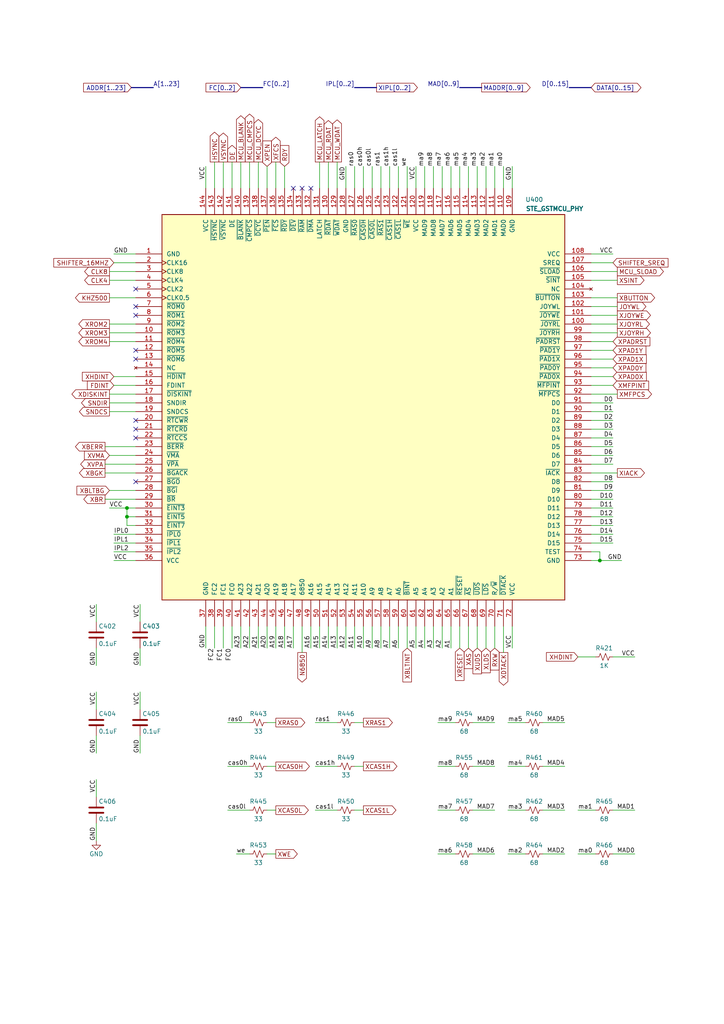
<source format=kicad_sch>
(kicad_sch (version 20230121) (generator eeschema)
  (paper "A4" portrait)
  (title_block (title "Converted schematics of Atari STE") (date "2021-08-31") (rev "1.0.0") (comment 1 "Reference : C300780-001"))
  (lib_symbols
    (symbol "Device:C" (pin_numbers hide) (pin_names (offset 0.254))
      (property "Reference" "C" (at 0.635 2.54 0))
      (property "Value" "C" (at 0.635 -2.54 0))
      (symbol "C_0_1"
        (polyline (pts (xy -2.032 -0.762) (xy 2.032 -0.762)) (stroke (width 0.508)))
        (polyline (pts (xy -2.032 0.762) (xy 2.032 0.762)) (stroke (width 0.508)))
      )
      (symbol "C_1_1"
        (pin passive line (at 0 3.81 270) (length 2.794) (name "~") (number "1"))
        (pin passive line (at 0 -3.81 90) (length 2.794) (name "~") (number "2"))
      )
    )
    (symbol "Device:R_Small_US" (pin_numbers hide) (pin_names (offset 0.254) hide)
      (property "Reference" "R" (at 0.762 0.508 0))
      (property "Value" "R_Small_US" (at 0.762 -1.016 0))
      (symbol "R_Small_US_1_1"
        (polyline (pts (xy 0 0) (xy 1.016 -0.381) (xy 0 -0.762) (xy -1.016 -1.143) (xy 0 -1.524)))
        (polyline (pts (xy 0 1.524) (xy 1.016 1.143) (xy 0 0.762) (xy -1.016 0.381) (xy 0 0)))
        (pin passive line (at 0 2.54 270) (length 1.016) (name "~") (number "1"))
        (pin passive line (at 0 -2.54 90) (length 1.016) (name "~") (number "2"))
      )
    )
    (symbol "power:GND" (power) (pin_names (offset 0))
      (property "Value" "GND" (at 0 -3.81 0))
      (symbol "GND_0_1"
        (polyline (pts (xy 0 0) (xy 0 -1.27) (xy 1.27 -1.27) (xy 0 -2.54) (xy -1.27 -1.27) (xy 0 -1.27)))
      )
      (symbol "GND_1_1"
        (pin power_in line (at 0 0 270) (length 0) hide (name "GND") (number "1"))
      )
    )
    (symbol "ste_gstmcu:STE_GSTMCU_PHY" (pin_names (offset 1.27))
      (property "Reference" "U" (at 46.99 60.96 0))
      (property "Value" "STE_GSTMCU_PHY" (at 46.99 58.42 0))
      (symbol "STE_GSTMCU_PHY_0_0"
        (rectangle (start -58.42 55.88) (end 58.42 -55.88) (stroke (width 0.254)) (fill (type background)))
        (pin power_in line (at -66.04 44.45 0) (length 7.62) (name "GND") (number "1"))
        (pin output line (at -66.04 21.59 0) (length 7.62) (name "~{ROM3}") (number "10"))
        (pin output line (at 66.04 24.13 180) (length 7.62) (name "~{JOYRL}") (number "100"))
        (pin output line (at 66.04 26.67 180) (length 7.62) (name "~{JOYWE}") (number "101"))
        (pin output line (at 66.04 29.21 180) (length 7.62) (name "JOYWL") (number "102"))
        (pin output line (at 66.04 31.75 180) (length 7.62) (name "~{BUTTON}") (number "103"))
        (pin no_connect line (at 66.04 34.29 180) (length 7.62) (name "NC") (number "104"))
        (pin output line (at 66.04 36.83 180) (length 7.62) (name "~{SINT}") (number "105"))
        (pin output line (at 66.04 39.37 180) (length 7.62) (name "~{SLOAD}") (number "106"))
        (pin input line (at 66.04 41.91 180) (length 7.62) (name "SREQ") (number "107"))
        (pin power_in line (at 66.04 44.45 180) (length 7.62) (name "VCC") (number "108"))
        (pin power_in line (at 43.18 63.5 270) (length 7.62) (name "GND") (number "109"))
        (pin output line (at -66.04 19.05 0) (length 7.62) (name "~{ROM4}") (number "11"))
        (pin output line (at 40.64 63.5 270) (length 7.62) (name "MAD0") (number "110"))
        (pin output line (at 38.1 63.5 270) (length 7.62) (name "MAD1") (number "111"))
        (pin output line (at 35.56 63.5 270) (length 7.62) (name "MAD2") (number "112"))
        (pin output line (at 33.02 63.5 270) (length 7.62) (name "MAD3") (number "113"))
        (pin output line (at 30.48 63.5 270) (length 7.62) (name "MAD4") (number "114"))
        (pin output line (at 27.94 63.5 270) (length 7.62) (name "MAD5") (number "115"))
        (pin output line (at 25.4 63.5 270) (length 7.62) (name "MAD6") (number "116"))
        (pin output line (at 22.86 63.5 270) (length 7.62) (name "MAD7") (number "117"))
        (pin output line (at 20.32 63.5 270) (length 7.62) (name "MAD8") (number "118"))
        (pin output line (at 17.78 63.5 270) (length 7.62) (name "MAD9") (number "119"))
        (pin output line (at -66.04 16.51 0) (length 7.62) (name "~{ROM5}") (number "12"))
        (pin power_in line (at 15.24 63.5 270) (length 7.62) (name "VCC") (number "120"))
        (pin output line (at 12.7 63.5 270) (length 7.62) (name "~{WE}") (number "121"))
        (pin output line (at 10.16 63.5 270) (length 7.62) (name "~{CAS1L}") (number "122"))
        (pin output line (at 7.62 63.5 270) (length 7.62) (name "~{CAS1H}") (number "123"))
        (pin output line (at 5.08 63.5 270) (length 7.62) (name "~{RAS1}") (number "124"))
        (pin output line (at 2.54 63.5 270) (length 7.62) (name "~{CAS0L}") (number "125"))
        (pin output line (at 0 63.5 270) (length 7.62) (name "~{CAS0H}") (number "126"))
        (pin output line (at -2.54 63.5 270) (length 7.62) (name "~{RAS0}") (number "127"))
        (pin power_in line (at -5.08 63.5 270) (length 7.62) (name "GND") (number "128"))
        (pin output line (at -7.62 63.5 270) (length 7.62) (name "~{WDAT}") (number "129"))
        (pin output line (at -66.04 13.97 0) (length 7.62) (name "~{ROM6}") (number "13"))
        (pin output line (at -10.16 63.5 270) (length 7.62) (name "~{RDAT}") (number "130"))
        (pin output line (at -12.7 63.5 270) (length 7.62) (name "LATCH") (number "131"))
        (pin output line (at -15.24 63.5 270) (length 7.62) (name "~{DMA}") (number "132"))
        (pin output line (at -17.78 63.5 270) (length 7.62) (name "~{RAM}") (number "133"))
        (pin output line (at -20.32 63.5 270) (length 7.62) (name "~{DEV}") (number "134"))
        (pin input line (at -22.86 63.5 270) (length 7.62) (name "~{RDY}") (number "135"))
        (pin output line (at -25.4 63.5 270) (length 7.62) (name "~{FCS}") (number "136"))
        (pin input line (at -27.94 63.5 270) (length 7.62) (name "~{PEN}") (number "137"))
        (pin output line (at -30.48 63.5 270) (length 7.62) (name "~{DCYC}") (number "138"))
        (pin output line (at -33.02 63.5 270) (length 7.62) (name "~{CMPCS}") (number "139"))
        (pin no_connect line (at -66.04 11.43 0) (length 7.62) (name "NC") (number "14"))
        (pin output line (at -35.56 63.5 270) (length 7.62) (name "~{BLANK}") (number "140"))
        (pin output line (at -38.1 63.5 270) (length 7.62) (name "DE") (number "141"))
        (pin output line (at -40.64 63.5 270) (length 7.62) (name "~{VSYNC}") (number "142"))
        (pin output line (at -43.18 63.5 270) (length 7.62) (name "~{HSYNC}") (number "143"))
        (pin power_in line (at -45.72 63.5 270) (length 7.62) (name "VCC") (number "144"))
        (pin input line (at -66.04 8.89 0) (length 7.62) (name "~{HDINT}") (number "15"))
        (pin input line (at -66.04 6.35 0) (length 7.62) (name "FDINT") (number "16"))
        (pin output line (at -66.04 3.81 0) (length 7.62) (name "~{DISKINT}") (number "17"))
        (pin output line (at -66.04 1.27 0) (length 7.62) (name "SNDIR") (number "18"))
        (pin output line (at -66.04 -1.27 0) (length 7.62) (name "SNDCS") (number "19"))
        (pin input clock (at -66.04 41.91 0) (length 7.62) (name "CLK16") (number "2"))
        (pin output line (at -66.04 -3.81 0) (length 7.62) (name "~{RTCWR}") (number "20"))
        (pin output line (at -66.04 -6.35 0) (length 7.62) (name "~{RTCRD}") (number "21"))
        (pin output line (at -66.04 -8.89 0) (length 7.62) (name "~{RTCCS}") (number "22"))
        (pin output line (at -66.04 -11.43 0) (length 7.62) (name "~{BERR}") (number "23"))
        (pin input line (at -66.04 -13.97 0) (length 7.62) (name "~{VMA}") (number "24"))
        (pin output line (at -66.04 -16.51 0) (length 7.62) (name "~{VPA}") (number "25"))
        (pin output line (at -66.04 -19.05 0) (length 7.62) (name "~{BGACK}") (number "26"))
        (pin output line (at -66.04 -21.59 0) (length 7.62) (name "~{BGO}") (number "27"))
        (pin input line (at -66.04 -24.13 0) (length 7.62) (name "~{BGI}") (number "28"))
        (pin tri_state line (at -66.04 -26.67 0) (length 7.62) (name "~{BR}") (number "29"))
        (pin output clock (at -66.04 39.37 0) (length 7.62) (name "CLK8") (number "3"))
        (pin input line (at -66.04 -29.21 0) (length 7.62) (name "~{EINT3}") (number "30"))
        (pin input line (at -66.04 -31.75 0) (length 7.62) (name "~{EINT5}") (number "31"))
        (pin input line (at -66.04 -34.29 0) (length 7.62) (name "~{EINT7}") (number "32"))
        (pin output line (at -66.04 -36.83 0) (length 7.62) (name "~{IPL0}") (number "33"))
        (pin output line (at -66.04 -39.37 0) (length 7.62) (name "~{IPL1}") (number "34"))
        (pin output line (at -66.04 -41.91 0) (length 7.62) (name "~{IPL2}") (number "35"))
        (pin power_in line (at -66.04 -44.45 0) (length 7.62) (name "VCC") (number "36"))
        (pin power_in line (at -45.72 -63.5 90) (length 7.62) (name "GND") (number "37"))
        (pin input line (at -43.18 -63.5 90) (length 7.62) (name "FC2") (number "38"))
        (pin input line (at -40.64 -63.5 90) (length 7.62) (name "FC1") (number "39"))
        (pin output clock (at -66.04 36.83 0) (length 7.62) (name "CLK4") (number "4"))
        (pin input line (at -38.1 -63.5 90) (length 7.62) (name "FC0") (number "40"))
        (pin bidirectional line (at -35.56 -63.5 90) (length 7.62) (name "A23") (number "41"))
        (pin bidirectional line (at -33.02 -63.5 90) (length 7.62) (name "A22") (number "42"))
        (pin bidirectional line (at -30.48 -63.5 90) (length 7.62) (name "A21") (number "43"))
        (pin bidirectional line (at -27.94 -63.5 90) (length 7.62) (name "A20") (number "44"))
        (pin bidirectional line (at -25.4 -63.5 90) (length 7.62) (name "A19") (number "45"))
        (pin bidirectional line (at -22.86 -63.5 90) (length 7.62) (name "A18") (number "46"))
        (pin bidirectional line (at -20.32 -63.5 90) (length 7.62) (name "A17") (number "47"))
        (pin output line (at -17.78 -63.5 90) (length 7.62) (name "6850") (number "48"))
        (pin bidirectional line (at -15.24 -63.5 90) (length 7.62) (name "A16") (number "49"))
        (pin output clock (at -66.04 34.29 0) (length 7.62) (name "CLK2") (number "5"))
        (pin bidirectional line (at -12.7 -63.5 90) (length 7.62) (name "A15") (number "50"))
        (pin bidirectional line (at -10.16 -63.5 90) (length 7.62) (name "A14") (number "51"))
        (pin bidirectional line (at -7.62 -63.5 90) (length 7.62) (name "A13") (number "52"))
        (pin bidirectional line (at -5.08 -63.5 90) (length 7.62) (name "A12") (number "53"))
        (pin bidirectional line (at -2.54 -63.5 90) (length 7.62) (name "A11") (number "54"))
        (pin bidirectional line (at 0 -63.5 90) (length 7.62) (name "A10") (number "55"))
        (pin bidirectional line (at 2.54 -63.5 90) (length 7.62) (name "A9") (number "56"))
        (pin bidirectional line (at 5.08 -63.5 90) (length 7.62) (name "A8") (number "57"))
        (pin bidirectional line (at 7.62 -63.5 90) (length 7.62) (name "A7") (number "58"))
        (pin bidirectional line (at 10.16 -63.5 90) (length 7.62) (name "A6") (number "59"))
        (pin output clock (at -66.04 31.75 0) (length 7.62) (name "CLK0.5") (number "6"))
        (pin input line (at 12.7 -63.5 90) (length 7.62) (name "~{BINT}") (number "60"))
        (pin bidirectional line (at 15.24 -63.5 90) (length 7.62) (name "A5") (number "61"))
        (pin bidirectional line (at 17.78 -63.5 90) (length 7.62) (name "A4") (number "62"))
        (pin bidirectional line (at 20.32 -63.5 90) (length 7.62) (name "A3") (number "63"))
        (pin bidirectional line (at 22.86 -63.5 90) (length 7.62) (name "A2") (number "64"))
        (pin bidirectional line (at 25.4 -63.5 90) (length 7.62) (name "A1") (number "65"))
        (pin input line (at 27.94 -63.5 90) (length 7.62) (name "~{RESET}") (number "66"))
        (pin input line (at 30.48 -63.5 90) (length 7.62) (name "~{AS}") (number "67"))
        (pin input line (at 33.02 -63.5 90) (length 7.62) (name "~{UDS}") (number "68"))
        (pin input line (at 35.56 -63.5 90) (length 7.62) (name "~{LDS}") (number "69"))
        (pin output line (at -66.04 29.21 0) (length 7.62) (name "~{ROM0}") (number "7"))
        (pin input line (at 38.1 -63.5 90) (length 7.62) (name "R/~{W}") (number "70"))
        (pin tri_state line (at 40.64 -63.5 90) (length 7.62) (name "~{DTACK}") (number "71"))
        (pin power_in line (at 43.18 -63.5 90) (length 7.62) (name "VCC") (number "72"))
        (pin power_in line (at 66.04 -44.45 180) (length 7.62) (name "GND") (number "73"))
        (pin input line (at 66.04 -41.91 180) (length 7.62) (name "TEST") (number "74"))
        (pin bidirectional line (at 66.04 -39.37 180) (length 7.62) (name "D15") (number "75"))
        (pin bidirectional line (at 66.04 -36.83 180) (length 7.62) (name "D14") (number "76"))
        (pin bidirectional line (at 66.04 -34.29 180) (length 7.62) (name "D13") (number "77"))
        (pin bidirectional line (at 66.04 -31.75 180) (length 7.62) (name "D12") (number "78"))
        (pin bidirectional line (at 66.04 -29.21 180) (length 7.62) (name "D11") (number "79"))
        (pin output line (at -66.04 26.67 0) (length 7.62) (name "~{ROM1}") (number "8"))
        (pin bidirectional line (at 66.04 -26.67 180) (length 7.62) (name "D10") (number "80"))
        (pin bidirectional line (at 66.04 -24.13 180) (length 7.62) (name "D9") (number "81"))
        (pin bidirectional line (at 66.04 -21.59 180) (length 7.62) (name "D8") (number "82"))
        (pin output line (at 66.04 -19.05 180) (length 7.62) (name "~{IACK}") (number "83"))
        (pin bidirectional line (at 66.04 -16.51 180) (length 7.62) (name "D7") (number "84"))
        (pin bidirectional line (at 66.04 -13.97 180) (length 7.62) (name "D6") (number "85"))
        (pin bidirectional line (at 66.04 -11.43 180) (length 7.62) (name "D5") (number "86"))
        (pin bidirectional line (at 66.04 -8.89 180) (length 7.62) (name "D4") (number "87"))
        (pin bidirectional line (at 66.04 -6.35 180) (length 7.62) (name "D3") (number "88"))
        (pin bidirectional line (at 66.04 -3.81 180) (length 7.62) (name "D2") (number "89"))
        (pin output line (at -66.04 24.13 0) (length 7.62) (name "~{ROM2}") (number "9"))
        (pin bidirectional line (at 66.04 -1.27 180) (length 7.62) (name "D1") (number "90"))
        (pin bidirectional line (at 66.04 1.27 180) (length 7.62) (name "D0") (number "91"))
        (pin output line (at 66.04 3.81 180) (length 7.62) (name "~{MFPCS}") (number "92"))
        (pin input line (at 66.04 6.35 180) (length 7.62) (name "~{MFPINT}") (number "93"))
        (pin input line (at 66.04 8.89 180) (length 7.62) (name "~{PAD0X}") (number "94"))
        (pin input line (at 66.04 11.43 180) (length 7.62) (name "~{PAD0Y}") (number "95"))
        (pin input line (at 66.04 13.97 180) (length 7.62) (name "~{PAD1X}") (number "96"))
        (pin input line (at 66.04 16.51 180) (length 7.62) (name "~{PAD1Y}") (number "97"))
        (pin output line (at 66.04 19.05 180) (length 7.62) (name "~{PADRST}") (number "98"))
        (pin output line (at 66.04 21.59 180) (length 7.62) (name "~{JOYRH}") (number "99"))
      )
    )
  )
  (junction (at 173.99 162.56))
  (junction (at 36.83 149.86))
  (junction (at 36.83 147.32))
  (no_connect (at 39.37 91.44))
  (no_connect (at 39.37 83.82))
  (no_connect (at 39.37 139.7))
  (no_connect (at 87.63 54.61))
  (no_connect (at 39.37 127))
  (no_connect (at 39.37 121.92))
  (no_connect (at 39.37 101.6))
  (no_connect (at 39.37 124.46))
  (no_connect (at 39.37 104.14))
  (no_connect (at 90.17 54.61))
  (no_connect (at 39.37 88.9))
  (no_connect (at 85.09 54.61))
  (wire (pts (xy 27.94 226.06) (xy 27.94 231.14)))
  (wire (pts (xy 110.49 54.61) (xy 110.49 48.26)))
  (wire (pts (xy 31.75 119.38) (xy 39.37 119.38)))
  (wire (pts (xy 171.45 81.28) (xy 179.07 81.28)))
  (wire (pts (xy 40.64 187.96) (xy 40.64 193.04)))
  (wire (pts (xy 171.45 134.62) (xy 177.8 134.62)))
  (bus (pts (xy 38.1 25.4) (xy 44.45 25.4)))
  (wire (pts (xy 27.94 200.66) (xy 27.94 205.74)))
  (wire (pts (xy 171.45 99.06) (xy 177.8 99.06)))
  (wire (pts (xy 171.45 104.14) (xy 177.8 104.14)))
  (wire (pts (xy 40.64 200.66) (xy 40.64 205.74)))
  (wire (pts (xy 31.75 147.32) (xy 36.83 147.32)))
  (wire (pts (xy 36.83 149.86) (xy 36.83 147.32)))
  (wire (pts (xy 171.45 144.78) (xy 177.8 144.78)))
  (wire (pts (xy 91.44 222.25) (xy 97.79 222.25)))
  (wire (pts (xy 171.45 162.56) (xy 173.99 162.56)))
  (wire (pts (xy 33.02 162.56) (xy 39.37 162.56)))
  (wire (pts (xy 31.75 116.84) (xy 39.37 116.84)))
  (wire (pts (xy 91.44 209.55) (xy 97.79 209.55)))
  (wire (pts (xy 72.39 187.96) (xy 72.39 181.61)))
  (wire (pts (xy 31.75 96.52) (xy 39.37 96.52)))
  (wire (pts (xy 59.69 48.26) (xy 59.69 54.61)))
  (wire (pts (xy 127 247.65) (xy 132.08 247.65)))
  (wire (pts (xy 33.02 76.2) (xy 39.37 76.2)))
  (wire (pts (xy 171.45 88.9) (xy 179.07 88.9)))
  (wire (pts (xy 171.45 76.2) (xy 177.8 76.2)))
  (wire (pts (xy 31.75 93.98) (xy 39.37 93.98)))
  (wire (pts (xy 91.44 234.95) (xy 97.79 234.95)))
  (wire (pts (xy 148.59 48.26) (xy 148.59 54.61)))
  (wire (pts (xy 133.35 187.96) (xy 133.35 181.61)))
  (wire (pts (xy 177.8 247.65) (xy 184.15 247.65)))
  (wire (pts (xy 123.19 48.26) (xy 123.19 54.61)))
  (wire (pts (xy 171.45 78.74) (xy 179.07 78.74)))
  (wire (pts (xy 147.32 234.95) (xy 152.4 234.95)))
  (wire (pts (xy 87.63 181.61) (xy 87.63 189.23)))
  (wire (pts (xy 171.45 106.68) (xy 177.8 106.68)))
  (wire (pts (xy 30.48 134.62) (xy 39.37 134.62)))
  (wire (pts (xy 130.81 48.26) (xy 130.81 54.61)))
  (wire (pts (xy 33.02 111.76) (xy 39.37 111.76)))
  (bus (pts (xy 102.87 25.4) (xy 109.22 25.4)))
  (wire (pts (xy 33.02 154.94) (xy 39.37 154.94)))
  (wire (pts (xy 171.45 142.24) (xy 177.8 142.24)))
  (wire (pts (xy 31.75 114.3) (xy 39.37 114.3)))
  (wire (pts (xy 39.37 142.24) (xy 31.75 142.24)))
  (wire (pts (xy 27.94 213.36) (xy 27.94 218.44)))
  (wire (pts (xy 120.65 187.96) (xy 120.65 181.61)))
  (wire (pts (xy 125.73 187.96) (xy 125.73 181.61)))
  (wire (pts (xy 171.45 137.16) (xy 179.07 137.16)))
  (wire (pts (xy 171.45 127) (xy 177.8 127)))
  (wire (pts (xy 77.47 247.65) (xy 80.01 247.65)))
  (wire (pts (xy 77.47 234.95) (xy 80.01 234.95)))
  (wire (pts (xy 135.89 187.96) (xy 135.89 181.61)))
  (wire (pts (xy 167.64 234.95) (xy 172.72 234.95)))
  (wire (pts (xy 40.64 175.26) (xy 40.64 180.34)))
  (wire (pts (xy 105.41 187.96) (xy 105.41 181.61)))
  (wire (pts (xy 31.75 99.06) (xy 39.37 99.06)))
  (wire (pts (xy 107.95 187.96) (xy 107.95 181.61)))
  (wire (pts (xy 137.16 234.95) (xy 143.51 234.95)))
  (wire (pts (xy 137.16 222.25) (xy 143.51 222.25)))
  (wire (pts (xy 77.47 187.96) (xy 77.47 181.61)))
  (wire (pts (xy 157.48 222.25) (xy 163.83 222.25)))
  (wire (pts (xy 92.71 46.99) (xy 92.71 54.61)))
  (wire (pts (xy 74.93 187.96) (xy 74.93 181.61)))
  (wire (pts (xy 80.01 54.61) (xy 80.01 46.99)))
  (wire (pts (xy 171.45 93.98) (xy 179.07 93.98)))
  (wire (pts (xy 102.87 234.95) (xy 105.41 234.95)))
  (wire (pts (xy 177.8 190.5) (xy 184.15 190.5)))
  (wire (pts (xy 31.75 78.74) (xy 39.37 78.74)))
  (wire (pts (xy 31.75 132.08) (xy 39.37 132.08)))
  (wire (pts (xy 64.77 46.99) (xy 64.77 54.61)))
  (wire (pts (xy 157.48 234.95) (xy 163.83 234.95)))
  (wire (pts (xy 137.16 209.55) (xy 143.51 209.55)))
  (wire (pts (xy 157.48 209.55) (xy 163.83 209.55)))
  (wire (pts (xy 30.48 144.78) (xy 39.37 144.78)))
  (wire (pts (xy 67.31 187.96) (xy 67.31 181.61)))
  (wire (pts (xy 110.49 187.96) (xy 110.49 181.61)))
  (wire (pts (xy 27.94 238.76) (xy 27.94 243.84)))
  (wire (pts (xy 36.83 152.4) (xy 36.83 149.86)))
  (wire (pts (xy 33.02 109.22) (xy 39.37 109.22)))
  (wire (pts (xy 135.89 48.26) (xy 135.89 54.61)))
  (wire (pts (xy 125.73 48.26) (xy 125.73 54.61)))
  (wire (pts (xy 36.83 149.86) (xy 39.37 149.86)))
  (wire (pts (xy 171.45 124.46) (xy 177.8 124.46)))
  (wire (pts (xy 171.45 91.44) (xy 179.07 91.44)))
  (wire (pts (xy 74.93 46.99) (xy 74.93 54.61)))
  (wire (pts (xy 133.35 48.26) (xy 133.35 54.61)))
  (wire (pts (xy 66.04 222.25) (xy 72.39 222.25)))
  (wire (pts (xy 147.32 209.55) (xy 152.4 209.55)))
  (wire (pts (xy 77.47 48.26) (xy 77.47 54.61)))
  (wire (pts (xy 171.45 96.52) (xy 179.07 96.52)))
  (wire (pts (xy 138.43 48.26) (xy 138.43 54.61)))
  (wire (pts (xy 127 234.95) (xy 132.08 234.95)))
  (wire (pts (xy 171.45 73.66) (xy 177.8 73.66)))
  (wire (pts (xy 137.16 247.65) (xy 143.51 247.65)))
  (wire (pts (xy 82.55 48.26) (xy 82.55 54.61)))
  (wire (pts (xy 102.87 187.96) (xy 102.87 181.61)))
  (wire (pts (xy 167.64 247.65) (xy 172.72 247.65)))
  (wire (pts (xy 118.11 48.26) (xy 118.11 54.61)))
  (wire (pts (xy 102.87 209.55) (xy 105.41 209.55)))
  (wire (pts (xy 97.79 54.61) (xy 97.79 46.99)))
  (wire (pts (xy 128.27 187.96) (xy 128.27 181.61)))
  (wire (pts (xy 85.09 187.96) (xy 85.09 181.61)))
  (wire (pts (xy 143.51 48.26) (xy 143.51 54.61)))
  (wire (pts (xy 62.23 187.96) (xy 62.23 181.61)))
  (wire (pts (xy 171.45 119.38) (xy 177.8 119.38)))
  (wire (pts (xy 77.47 209.55) (xy 80.01 209.55)))
  (wire (pts (xy 77.47 222.25) (xy 80.01 222.25)))
  (wire (pts (xy 157.48 247.65) (xy 163.83 247.65)))
  (wire (pts (xy 67.31 46.99) (xy 67.31 54.61)))
  (wire (pts (xy 173.99 162.56) (xy 180.34 162.56)))
  (wire (pts (xy 27.94 187.96) (xy 27.94 193.04)))
  (bus (pts (xy 69.85 25.4) (xy 76.2 25.4)))
  (wire (pts (xy 171.45 157.48) (xy 177.8 157.48)))
  (wire (pts (xy 171.45 86.36) (xy 179.07 86.36)))
  (wire (pts (xy 107.95 48.26) (xy 107.95 54.61)))
  (wire (pts (xy 100.33 48.26) (xy 100.33 54.61)))
  (wire (pts (xy 82.55 187.96) (xy 82.55 181.61)))
  (wire (pts (xy 171.45 116.84) (xy 177.8 116.84)))
  (wire (pts (xy 69.85 187.96) (xy 69.85 181.61)))
  (wire (pts (xy 36.83 147.32) (xy 39.37 147.32)))
  (wire (pts (xy 138.43 187.96) (xy 138.43 181.61)))
  (wire (pts (xy 171.45 154.94) (xy 177.8 154.94)))
  (wire (pts (xy 143.51 187.96) (xy 143.51 181.61)))
  (wire (pts (xy 95.25 187.96) (xy 95.25 181.61)))
  (wire (pts (xy 33.02 73.66) (xy 39.37 73.66)))
  (wire (pts (xy 171.45 139.7) (xy 177.8 139.7)))
  (wire (pts (xy 167.64 190.5) (xy 172.72 190.5)))
  (wire (pts (xy 64.77 187.96) (xy 64.77 181.61)))
  (wire (pts (xy 120.65 48.26) (xy 120.65 54.61)))
  (wire (pts (xy 33.02 160.02) (xy 39.37 160.02)))
  (wire (pts (xy 59.69 187.96) (xy 59.69 181.61)))
  (wire (pts (xy 31.75 86.36) (xy 39.37 86.36)))
  (wire (pts (xy 171.45 152.4) (xy 177.8 152.4)))
  (wire (pts (xy 171.45 149.86) (xy 177.8 149.86)))
  (wire (pts (xy 115.57 54.61) (xy 115.57 48.26)))
  (wire (pts (xy 30.48 129.54) (xy 39.37 129.54)))
  (wire (pts (xy 68.58 247.65) (xy 72.39 247.65)))
  (wire (pts (xy 66.04 234.95) (xy 72.39 234.95)))
  (wire (pts (xy 171.45 114.3) (xy 179.07 114.3)))
  (wire (pts (xy 171.45 111.76) (xy 177.8 111.76)))
  (wire (pts (xy 171.45 121.92) (xy 177.8 121.92)))
  (wire (pts (xy 102.87 222.25) (xy 105.41 222.25)))
  (wire (pts (xy 40.64 213.36) (xy 40.64 218.44)))
  (wire (pts (xy 72.39 46.99) (xy 72.39 54.61)))
  (wire (pts (xy 100.33 187.96) (xy 100.33 181.61)))
  (wire (pts (xy 127 222.25) (xy 132.08 222.25)))
  (wire (pts (xy 147.32 247.65) (xy 152.4 247.65)))
  (wire (pts (xy 177.8 234.95) (xy 184.15 234.95)))
  (bus (pts (xy 133.35 25.4) (xy 139.7 25.4)))
  (wire (pts (xy 105.41 54.61) (xy 105.41 48.26)))
  (wire (pts (xy 113.03 48.26) (xy 113.03 54.61)))
  (wire (pts (xy 148.59 181.61) (xy 148.59 187.96)))
  (wire (pts (xy 30.48 137.16) (xy 39.37 137.16)))
  (wire (pts (xy 33.02 157.48) (xy 39.37 157.48)))
  (wire (pts (xy 80.01 187.96) (xy 80.01 181.61)))
  (wire (pts (xy 140.97 48.26) (xy 140.97 54.61)))
  (wire (pts (xy 115.57 187.96) (xy 115.57 181.61)))
  (wire (pts (xy 171.45 129.54) (xy 177.8 129.54)))
  (wire (pts (xy 130.81 187.96) (xy 130.81 181.61)))
  (wire (pts (xy 69.85 46.99) (xy 69.85 54.61)))
  (wire (pts (xy 171.45 160.02) (xy 173.99 160.02)))
  (wire (pts (xy 171.45 147.32) (xy 177.8 147.32)))
  (bus (pts (xy 165.1 25.4) (xy 171.45 25.4)))
  (wire (pts (xy 173.99 160.02) (xy 173.99 162.56)))
  (wire (pts (xy 62.23 46.99) (xy 62.23 54.61)))
  (wire (pts (xy 113.03 187.96) (xy 113.03 181.61)))
  (wire (pts (xy 97.79 187.96) (xy 97.79 181.61)))
  (wire (pts (xy 102.87 48.26) (xy 102.87 54.61)))
  (wire (pts (xy 123.19 187.96) (xy 123.19 181.61)))
  (wire (pts (xy 27.94 175.26) (xy 27.94 180.34)))
  (wire (pts (xy 31.75 81.28) (xy 39.37 81.28)))
  (wire (pts (xy 90.17 187.96) (xy 90.17 181.61)))
  (wire (pts (xy 95.25 46.99) (xy 95.25 54.61)))
  (wire (pts (xy 146.05 181.61) (xy 146.05 189.23)))
  (wire (pts (xy 66.04 209.55) (xy 72.39 209.55)))
  (wire (pts (xy 36.83 152.4) (xy 39.37 152.4)))
  (wire (pts (xy 146.05 48.26) (xy 146.05 54.61)))
  (wire (pts (xy 118.11 187.96) (xy 118.11 181.61)))
  (wire (pts (xy 92.71 187.96) (xy 92.71 181.61)))
  (wire (pts (xy 127 209.55) (xy 132.08 209.55)))
  (wire (pts (xy 171.45 109.22) (xy 177.8 109.22)))
  (wire (pts (xy 171.45 132.08) (xy 177.8 132.08)))
  (wire (pts (xy 171.45 101.6) (xy 177.8 101.6)))
  (wire (pts (xy 140.97 187.96) (xy 140.97 181.61)))
  (wire (pts (xy 147.32 222.25) (xy 152.4 222.25)))
  (wire (pts (xy 128.27 48.26) (xy 128.27 54.61)))
  (label "D5" (at 177.8 129.54 180))
  (label "IPL1" (at 33.02 157.48 0))
  (label "GND" (at 33.02 73.66 0))
  (label "MAD0" (at 184.15 247.65 180))
  (label "MAD[0..9]" (at 133.35 25.4 180))
  (label "A9" (at 107.95 187.96 90))
  (label "ma4" (at 147.32 222.25 0))
  (label "D10" (at 177.8 144.78 180))
  (label "D3" (at 177.8 124.46 180))
  (label "ma9" (at 123.19 48.26 90))
  (label "IPL2" (at 33.02 160.02 0))
  (label "cas1h" (at 113.03 48.26 90))
  (label "MAD6" (at 143.51 247.65 180))
  (label "VCC" (at 27.94 175.26 270))
  (label "MAD5" (at 163.83 209.55 180))
  (label "A10" (at 105.41 187.96 90))
  (label "ma3" (at 147.32 234.95 0))
  (label "GND" (at 40.64 193.04 90))
  (label "VCC" (at 59.69 48.26 270))
  (label "MAD4" (at 163.83 222.25 180))
  (label "cas0h" (at 66.04 222.25 0))
  (label "GND" (at 100.33 48.26 270))
  (label "A6" (at 115.57 187.96 90))
  (label "ma8" (at 125.73 48.26 90))
  (label "cas0h" (at 105.41 48.26 90))
  (label "cas1l" (at 91.44 234.95 0))
  (label "ma2" (at 140.97 48.26 90))
  (label "A1" (at 130.81 187.96 90))
  (label "VCC" (at 31.75 147.32 0))
  (label "MAD2" (at 163.83 247.65 180))
  (label "ras1" (at 91.44 209.55 0))
  (label "A[1..23]" (at 44.45 25.4 0))
  (label "cas0l" (at 107.95 48.26 90))
  (label "D1" (at 177.8 119.38 180))
  (label "ma1" (at 167.64 234.95 0))
  (label "we" (at 118.11 48.26 90))
  (label "cas1h" (at 91.44 222.25 0))
  (label "ma1" (at 143.51 48.26 90))
  (label "ma0" (at 146.05 48.26 90))
  (label "ma5" (at 133.35 48.26 90))
  (label "A11" (at 102.87 187.96 90))
  (label "A12" (at 100.33 187.96 90))
  (label "A18" (at 82.55 187.96 90))
  (label "GND" (at 27.94 243.84 90))
  (label "VCC" (at 148.59 187.96 90))
  (label "VCC" (at 184.15 190.5 180))
  (label "D12" (at 177.8 149.86 180))
  (label "ras0" (at 102.87 48.26 90))
  (label "GND" (at 27.94 218.44 90))
  (label "GND" (at 180.34 162.56 180))
  (label "A16" (at 90.17 187.96 90))
  (label "VCC" (at 177.8 73.66 180))
  (label "GND" (at 59.69 187.96 90))
  (label "MAD1" (at 184.15 234.95 180))
  (label "IPL0" (at 33.02 154.94 0))
  (label "D11" (at 177.8 147.32 180))
  (label "A7" (at 113.03 187.96 90))
  (label "VCC" (at 27.94 226.06 270))
  (label "FC2" (at 62.23 187.96 270))
  (label "A13" (at 97.79 187.96 90))
  (label "ras0" (at 66.04 209.55 0))
  (label "D7" (at 177.8 134.62 180))
  (label "D14" (at 177.8 154.94 180))
  (label "ma7" (at 127 234.95 0))
  (label "A4" (at 123.19 187.96 90))
  (label "ma9" (at 127 209.55 0))
  (label "GND" (at 27.94 193.04 90))
  (label "D15" (at 177.8 157.48 180))
  (label "cas0l" (at 66.04 234.95 0))
  (label "A2" (at 128.27 187.96 90))
  (label "FC1" (at 64.77 187.96 270))
  (label "ma0" (at 167.64 247.65 0))
  (label "D8" (at 177.8 139.7 180))
  (label "D9" (at 177.8 142.24 180))
  (label "A19" (at 80.01 187.96 90))
  (label "FC0" (at 67.31 187.96 270))
  (label "A23" (at 69.85 187.96 90))
  (label "MAD7" (at 143.51 234.95 180))
  (label "VCC" (at 40.64 175.26 270))
  (label "D2" (at 177.8 121.92 180))
  (label "D4" (at 177.8 127 180))
  (label "MAD8" (at 143.51 222.25 180))
  (label "ma6" (at 127 247.65 0))
  (label "A3" (at 125.73 187.96 90))
  (label "GND" (at 148.59 48.26 270))
  (label "ma8" (at 127 222.25 0))
  (label "ma3" (at 138.43 48.26 90))
  (label "ma6" (at 130.81 48.26 90))
  (label "A15" (at 92.71 187.96 90))
  (label "A17" (at 85.09 187.96 90))
  (label "ma4" (at 135.89 48.26 90))
  (label "A20" (at 77.47 187.96 90))
  (label "A5" (at 120.65 187.96 90))
  (label "MAD3" (at 163.83 234.95 180))
  (label "D6" (at 177.8 132.08 180))
  (label "MAD9" (at 143.51 209.55 180))
  (label "A21" (at 74.93 187.96 90))
  (label "VCC" (at 27.94 200.66 270))
  (label "A22" (at 72.39 187.96 90))
  (label "D13" (at 177.8 152.4 180))
  (label "ma7" (at 128.27 48.26 90))
  (label "IPL[0..2]" (at 102.87 25.4 180))
  (label "ma5" (at 147.32 209.55 0))
  (label "ras1" (at 110.49 48.26 90))
  (label "GND" (at 40.64 218.44 90))
  (label "ma2" (at 147.32 247.65 0))
  (label "VCC" (at 40.64 200.66 270))
  (label "FC[0..2]" (at 76.2 25.4 0))
  (label "A8" (at 110.49 187.96 90))
  (label "cas1l" (at 115.57 48.26 90))
  (label "D[0..15]" (at 165.1 25.4 180))
  (label "VCC" (at 120.65 48.26 270))
  (label "D0" (at 177.8 116.84 180))
  (label "A14" (at 95.25 187.96 90))
  (label "we" (at 68.58 247.65 0))
  (label "VCC" (at 33.02 162.56 0))
  (global_label "JOYWL" (shape output) (at 179.07 88.9 0) (property "Intersheetrefs" "${INTERSHEET_REFS}" (effects hide)))
  (global_label "XROM2" (shape output) (at 31.75 93.98 180) (property "Intersheetrefs" "${INTERSHEET_REFS}" (effects hide)))
  (global_label "MCU_BLANK" (shape output) (at 69.85 46.99 90) (property "Intersheetrefs" "${INTERSHEET_REFS}" (effects hide)))
  (global_label "XFCS" (shape output) (at 80.01 46.99 90) (property "Intersheetrefs" "${INTERSHEET_REFS}" (effects hide)))
  (global_label "RDY" (shape input) (at 82.55 48.26 90) (property "Intersheetrefs" "${INTERSHEET_REFS}" (effects hide)))
  (global_label "DE" (shape output) (at 67.31 46.99 90) (property "Intersheetrefs" "${INTERSHEET_REFS}" (effects hide)))
  (global_label "XSINT" (shape output) (at 179.07 81.28 0) (property "Intersheetrefs" "${INTERSHEET_REFS}" (effects hide)))
  (global_label "XBLTBG" (shape input) (at 31.75 142.24 180) (property "Intersheetrefs" "${INTERSHEET_REFS}" (effects hide)))
  (global_label "XPAD1X" (shape input) (at 177.8 104.14 0) (property "Intersheetrefs" "${INTERSHEET_REFS}" (effects hide)))
  (global_label "MCU_CMPCS" (shape output) (at 72.39 46.99 90) (property "Intersheetrefs" "${INTERSHEET_REFS}" (effects hide)))
  (global_label "KHZ500" (shape output) (at 31.75 86.36 180) (property "Intersheetrefs" "${INTERSHEET_REFS}" (effects hide)))
  (global_label "MCU_LATCH" (shape output) (at 92.71 46.99 90) (property "Intersheetrefs" "${INTERSHEET_REFS}" (effects hide)))
  (global_label "XJOYWE" (shape output) (at 179.07 91.44 0) (property "Intersheetrefs" "${INTERSHEET_REFS}" (effects hide)))
  (global_label "CLK4" (shape output) (at 31.75 81.28 180) (property "Intersheetrefs" "${INTERSHEET_REFS}" (effects hide)))
  (global_label "XPEN" (shape input) (at 77.47 48.26 90) (property "Intersheetrefs" "${INTERSHEET_REFS}" (effects hide)))
  (global_label "FC[0..2]" (shape input) (at 69.85 25.4 180) (property "Intersheetrefs" "${INTERSHEET_REFS}" (effects hide)))
  (global_label "N6850" (shape output) (at 87.63 189.23 270) (property "Intersheetrefs" "${INTERSHEET_REFS}" (effects hide)))
  (global_label "XCAS0L" (shape output) (at 80.01 234.95 0) (property "Intersheetrefs" "${INTERSHEET_REFS}" (effects hide)))
  (global_label "VSYNC" (shape output) (at 64.77 46.99 90) (property "Intersheetrefs" "${INTERSHEET_REFS}" (effects hide)))
  (global_label "HSYNC" (shape output) (at 62.23 46.99 90) (property "Intersheetrefs" "${INTERSHEET_REFS}" (effects hide)))
  (global_label "XCAS0H" (shape output) (at 80.01 222.25 0) (property "Intersheetrefs" "${INTERSHEET_REFS}" (effects hide)))
  (global_label "XRESET" (shape input) (at 133.35 187.96 270) (property "Intersheetrefs" "${INTERSHEET_REFS}" (effects hide)))
  (global_label "XBLTINT" (shape input) (at 118.11 187.96 270) (property "Intersheetrefs" "${INTERSHEET_REFS}" (effects hide)))
  (global_label "XBR" (shape output) (at 30.48 144.78 180) (property "Intersheetrefs" "${INTERSHEET_REFS}" (effects hide)))
  (global_label "XROM3" (shape output) (at 31.75 96.52 180) (property "Intersheetrefs" "${INTERSHEET_REFS}" (effects hide)))
  (global_label "XBUTTON" (shape output) (at 179.07 86.36 0) (property "Intersheetrefs" "${INTERSHEET_REFS}" (effects hide)))
  (global_label "MCU_SLOAD" (shape output) (at 179.07 78.74 0) (property "Intersheetrefs" "${INTERSHEET_REFS}" (effects hide)))
  (global_label "XPADRST" (shape input) (at 177.8 99.06 0) (property "Intersheetrefs" "${INTERSHEET_REFS}" (effects hide)))
  (global_label "MCU_RDAT" (shape output) (at 95.25 46.99 90) (property "Intersheetrefs" "${INTERSHEET_REFS}" (effects hide)))
  (global_label "XCAS1L" (shape output) (at 105.41 234.95 0) (property "Intersheetrefs" "${INTERSHEET_REFS}" (effects hide)))
  (global_label "XPAD1Y" (shape input) (at 177.8 101.6 0) (property "Intersheetrefs" "${INTERSHEET_REFS}" (effects hide)))
  (global_label "XJOYRH" (shape output) (at 179.07 96.52 0) (property "Intersheetrefs" "${INTERSHEET_REFS}" (effects hide)))
  (global_label "XWE" (shape output) (at 80.01 247.65 0) (property "Intersheetrefs" "${INTERSHEET_REFS}" (effects hide)))
  (global_label "SNDCS" (shape output) (at 31.75 119.38 180) (property "Intersheetrefs" "${INTERSHEET_REFS}" (effects hide)))
  (global_label "DATA[0..15]" (shape bidirectional) (at 171.45 25.4 0) (property "Intersheetrefs" "${INTERSHEET_REFS}" (effects hide)))
  (global_label "SHIFTER_SREQ" (shape input) (at 177.8 76.2 0) (property "Intersheetrefs" "${INTERSHEET_REFS}" (effects hide)))
  (global_label "XPAD0X" (shape input) (at 177.8 109.22 0) (property "Intersheetrefs" "${INTERSHEET_REFS}" (effects hide)))
  (global_label "RXW" (shape input) (at 143.51 187.96 270) (property "Intersheetrefs" "${INTERSHEET_REFS}" (effects hide)))
  (global_label "XMFPINT" (shape input) (at 177.8 111.76 0) (property "Intersheetrefs" "${INTERSHEET_REFS}" (effects hide)))
  (global_label "XDISKINT" (shape output) (at 31.75 114.3 180) (property "Intersheetrefs" "${INTERSHEET_REFS}" (effects hide)))
  (global_label "XBGK" (shape output) (at 30.48 137.16 180) (property "Intersheetrefs" "${INTERSHEET_REFS}" (effects hide)))
  (global_label "XRAS1" (shape output) (at 105.41 209.55 0) (property "Intersheetrefs" "${INTERSHEET_REFS}" (effects hide)))
  (global_label "XLDS" (shape input) (at 140.97 187.96 270) (property "Intersheetrefs" "${INTERSHEET_REFS}" (effects hide)))
  (global_label "SHIFTER_16MHZ" (shape input) (at 33.02 76.2 180) (property "Intersheetrefs" "${INTERSHEET_REFS}" (effects hide)))
  (global_label "XCAS1H" (shape output) (at 105.41 222.25 0) (property "Intersheetrefs" "${INTERSHEET_REFS}" (effects hide)))
  (global_label "XIACK" (shape output) (at 179.07 137.16 0) (property "Intersheetrefs" "${INTERSHEET_REFS}" (effects hide)))
  (global_label "XMFPCS" (shape output) (at 179.07 114.3 0) (property "Intersheetrefs" "${INTERSHEET_REFS}" (effects hide)))
  (global_label "XJOYRL" (shape output) (at 179.07 93.98 0) (property "Intersheetrefs" "${INTERSHEET_REFS}" (effects hide)))
  (global_label "ADDR[1..23]" (shape input) (at 38.1 25.4 180) (property "Intersheetrefs" "${INTERSHEET_REFS}" (effects hide)))
  (global_label "XHDINT" (shape input) (at 33.02 109.22 180) (property "Intersheetrefs" "${INTERSHEET_REFS}" (effects hide)))
  (global_label "XIPL[0..2]" (shape output) (at 109.22 25.4 0) (property "Intersheetrefs" "${INTERSHEET_REFS}" (effects hide)))
  (global_label "FDINT" (shape input) (at 33.02 111.76 180) (property "Intersheetrefs" "${INTERSHEET_REFS}" (effects hide)))
  (global_label "MADDR[0..9]" (shape output) (at 139.7 25.4 0) (property "Intersheetrefs" "${INTERSHEET_REFS}" (effects hide)))
  (global_label "XBERR" (shape output) (at 30.48 129.54 180) (property "Intersheetrefs" "${INTERSHEET_REFS}" (effects hide)))
  (global_label "MCU_WDAT" (shape output) (at 97.79 46.99 90) (property "Intersheetrefs" "${INTERSHEET_REFS}" (effects hide)))
  (global_label "SNDIR" (shape output) (at 31.75 116.84 180) (property "Intersheetrefs" "${INTERSHEET_REFS}" (effects hide)))
  (global_label "XHDINT" (shape input) (at 167.64 190.5 180) (property "Intersheetrefs" "${INTERSHEET_REFS}" (effects hide)))
  (global_label "XDTACK" (shape output) (at 146.05 189.23 270) (property "Intersheetrefs" "${INTERSHEET_REFS}" (effects hide)))
  (global_label "XPAD0Y" (shape input) (at 177.8 106.68 0) (property "Intersheetrefs" "${INTERSHEET_REFS}" (effects hide)))
  (global_label "XROM4" (shape output) (at 31.75 99.06 180) (property "Intersheetrefs" "${INTERSHEET_REFS}" (effects hide)))
  (global_label "XRAS0" (shape output) (at 80.01 209.55 0) (property "Intersheetrefs" "${INTERSHEET_REFS}" (effects hide)))
  (global_label "XAS" (shape input) (at 135.89 187.96 270) (property "Intersheetrefs" "${INTERSHEET_REFS}" (effects hide)))
  (global_label "CLK8" (shape output) (at 31.75 78.74 180) (property "Intersheetrefs" "${INTERSHEET_REFS}" (effects hide)))
  (global_label "XUDS" (shape input) (at 138.43 187.96 270) (property "Intersheetrefs" "${INTERSHEET_REFS}" (effects hide)))
  (global_label "XVMA" (shape input) (at 31.75 132.08 180) (property "Intersheetrefs" "${INTERSHEET_REFS}" (effects hide)))
  (global_label "MCU_DCYC" (shape output) (at 74.93 46.99 90) (property "Intersheetrefs" "${INTERSHEET_REFS}" (effects hide)))
  (global_label "XVPA" (shape output) (at 30.48 134.62 180) (property "Intersheetrefs" "${INTERSHEET_REFS}" (effects hide)))
  (symbol (lib_id "ste_gstmcu:STE_GSTMCU_PHY") (at 105.41 118.11 0) (unit 1)
    (property "Reference" "U400" (at 152.4 57.15 0) (effects (justify left top)))
    (property "Value" "STE_GSTMCU_PHY" (at 152.4 59.69 0) (effects (font bold) (justify left top)))
    (property "Footprint" "Package_QFP:PQFP-144_28x28mm_P0.65mm" (effects hide))
    (property "Datasheet" "https://info-coach.fr/atari/hardware/STE-HW.php#mcu" (effects hide))
  )
  (symbol (lib_id "Device:C") (at 27.94 184.15 0) (unit 1)
    (property "Reference" "C402" (at 28.575 181.61 0) (effects (justify left)))
    (property "Value" "0.1uF" (at 28.575 186.69 0) (effects (justify left)))
    (property "Footprint" "commons_passives_THT:Passive_THT_capacitor_mlcc_W2.54mm_L7.62mm" (effects hide))
  )
  (symbol (lib_id "Device:C") (at 40.64 184.15 0) (unit 1)
    (property "Reference" "C403" (at 41.275 181.61 0) (effects (justify left)))
    (property "Value" "0.1uF" (at 41.275 186.69 0) (effects (justify left)))
    (property "Footprint" "commons_passives_THT:Passive_THT_capacitor_mlcc_W2.54mm_L7.62mm" (effects hide))
  )
  (symbol (lib_id "Device:C") (at 27.94 209.55 0) (unit 1)
    (property "Reference" "C404" (at 28.575 207.01 0) (effects (justify left)))
    (property "Value" "0.1uF" (at 28.575 212.09 0) (effects (justify left)))
    (property "Footprint" "commons_passives_THT:Passive_THT_capacitor_mlcc_W2.54mm_L7.62mm" (effects hide))
  )
  (symbol (lib_id "Device:C") (at 40.64 209.55 0) (unit 1)
    (property "Reference" "C405" (at 41.275 207.01 0) (effects (justify left)))
    (property "Value" "0.1uF" (at 41.275 212.09 0) (effects (justify left)))
    (property "Footprint" "commons_passives_THT:Passive_THT_capacitor_mlcc_W2.54mm_L7.62mm" (effects hide))
  )
  (symbol (lib_id "Device:C") (at 27.94 234.95 0) (unit 1)
    (property "Reference" "C406" (at 28.575 232.41 0) (effects (justify left)))
    (property "Value" "0.1uF" (at 28.575 237.49 0) (effects (justify left)))
    (property "Footprint" "commons_passives_THT:Passive_THT_capacitor_mlcc_W2.54mm_L7.62mm" (effects hide))
  )
  (symbol (lib_id "Device:R_Small_US") (at 74.93 209.55 270) (unit 1)
    (property "Reference" "R443" (at 74.93 207.01 90))
    (property "Value" "33" (at 74.93 212.09 90))
    (property "Footprint" "commons_passives_THT:Passive_THT_resistor_W2.54mm_L12.70mm" (effects hide))
  )
  (symbol (lib_id "Device:R_Small_US") (at 134.62 209.55 270) (unit 1)
    (property "Reference" "R454" (at 134.62 207.01 90))
    (property "Value" "68" (at 134.62 212.09 90))
    (property "Footprint" "commons_passives_THT:Passive_THT_resistor_W2.54mm_L12.70mm" (effects hide))
  )
  (symbol (lib_id "Device:R_Small_US") (at 74.93 222.25 270) (unit 1)
    (property "Reference" "R444" (at 74.93 219.71 90))
    (property "Value" "33" (at 74.93 224.79 90))
    (property "Footprint" "commons_passives_THT:Passive_THT_resistor_W2.54mm_L12.70mm" (effects hide))
  )
  (symbol (lib_id "Device:R_Small_US") (at 74.93 234.95 270) (unit 1)
    (property "Reference" "R445" (at 74.93 232.41 90))
    (property "Value" "33" (at 74.93 237.49 90))
    (property "Footprint" "commons_passives_THT:Passive_THT_resistor_W2.54mm_L12.70mm" (effects hide))
  )
  (symbol (lib_id "Device:R_Small_US") (at 100.33 209.55 270) (unit 1)
    (property "Reference" "R446" (at 100.33 207.01 90))
    (property "Value" "33" (at 100.33 212.09 90))
    (property "Footprint" "commons_passives_THT:Passive_THT_resistor_W2.54mm_L12.70mm" (effects hide))
  )
  (symbol (lib_id "Device:R_Small_US") (at 100.33 222.25 270) (unit 1)
    (property "Reference" "R449" (at 100.33 219.71 90))
    (property "Value" "33" (at 100.33 224.79 90))
    (property "Footprint" "commons_passives_THT:Passive_THT_resistor_W2.54mm_L12.70mm" (effects hide))
  )
  (symbol (lib_id "Device:R_Small_US") (at 100.33 234.95 270) (unit 1)
    (property "Reference" "R450" (at 100.33 232.41 90))
    (property "Value" "33" (at 100.33 237.49 90))
    (property "Footprint" "commons_passives_THT:Passive_THT_resistor_W2.54mm_L12.70mm" (effects hide))
  )
  (symbol (lib_id "Device:R_Small_US") (at 74.93 247.65 270) (unit 1)
    (property "Reference" "R453" (at 74.93 245.11 90))
    (property "Value" "33" (at 74.93 250.19 90))
    (property "Footprint" "commons_passives_THT:Passive_THT_resistor_W2.54mm_L12.70mm" (effects hide))
  )
  (symbol (lib_id "Device:R_Small_US") (at 134.62 222.25 270) (unit 1)
    (property "Reference" "R455" (at 134.62 219.71 90))
    (property "Value" "68" (at 134.62 224.79 90))
    (property "Footprint" "commons_passives_THT:Passive_THT_resistor_W2.54mm_L12.70mm" (effects hide))
  )
  (symbol (lib_id "Device:R_Small_US") (at 134.62 234.95 270) (unit 1)
    (property "Reference" "R457" (at 134.62 232.41 90))
    (property "Value" "68" (at 134.62 237.49 90))
    (property "Footprint" "commons_passives_THT:Passive_THT_resistor_W2.54mm_L12.70mm" (effects hide))
  )
  (symbol (lib_id "Device:R_Small_US") (at 134.62 247.65 270) (unit 1)
    (property "Reference" "R458" (at 134.62 245.11 90))
    (property "Value" "68" (at 134.62 250.19 90))
    (property "Footprint" "commons_passives_THT:Passive_THT_resistor_W2.54mm_L12.70mm" (effects hide))
  )
  (symbol (lib_id "Device:R_Small_US") (at 154.94 209.55 270) (unit 1)
    (property "Reference" "R460" (at 154.94 207.01 90))
    (property "Value" "68" (at 154.94 212.09 90))
    (property "Footprint" "commons_passives_THT:Passive_THT_resistor_W2.54mm_L12.70mm" (effects hide))
  )
  (symbol (lib_id "Device:R_Small_US") (at 154.94 222.25 270) (unit 1)
    (property "Reference" "R461" (at 154.94 219.71 90))
    (property "Value" "68" (at 154.94 224.79 90))
    (property "Footprint" "commons_passives_THT:Passive_THT_resistor_W2.54mm_L12.70mm" (effects hide))
  )
  (symbol (lib_id "Device:R_Small_US") (at 154.94 234.95 270) (unit 1)
    (property "Reference" "R462" (at 154.94 232.41 90))
    (property "Value" "68" (at 154.94 237.49 90))
    (property "Footprint" "commons_passives_THT:Passive_THT_resistor_W2.54mm_L12.70mm" (effects hide))
  )
  (symbol (lib_id "Device:R_Small_US") (at 154.94 247.65 270) (unit 1)
    (property "Reference" "R464" (at 154.94 245.11 90))
    (property "Value" "68" (at 154.94 250.19 90))
    (property "Footprint" "commons_passives_THT:Passive_THT_resistor_W2.54mm_L12.70mm" (effects hide))
  )
  (symbol (lib_id "Device:R_Small_US") (at 175.26 234.95 270) (unit 1)
    (property "Reference" "R465" (at 175.26 232.41 90))
    (property "Value" "68" (at 175.26 237.49 90))
    (property "Footprint" "commons_passives_THT:Passive_THT_resistor_W2.54mm_L12.70mm" (effects hide))
  )
  (symbol (lib_id "Device:R_Small_US") (at 175.26 247.65 270) (unit 1)
    (property "Reference" "R466" (at 175.26 245.11 90))
    (property "Value" "68" (at 175.26 250.19 90))
    (property "Footprint" "commons_passives_THT:Passive_THT_resistor_W2.54mm_L12.70mm" (effects hide))
  )
  (symbol (lib_id "Device:R_Small_US") (at 175.26 190.5 270) (unit 1)
    (property "Reference" "R421" (at 175.26 187.96 90))
    (property "Value" "1K" (at 175.26 193.04 90))
    (property "Footprint" "commons_passives_THT:Passive_THT_resistor_W2.54mm_L12.70mm" (effects hide))
  )
  (symbol (lib_id "power:GND") (at 27.94 243.84 0) (unit 1)
    (property "Reference" "#PWR07" (effects hide))
    (property "Value" "GND" (at 27.94 247.65 0))
  )
)
</source>
